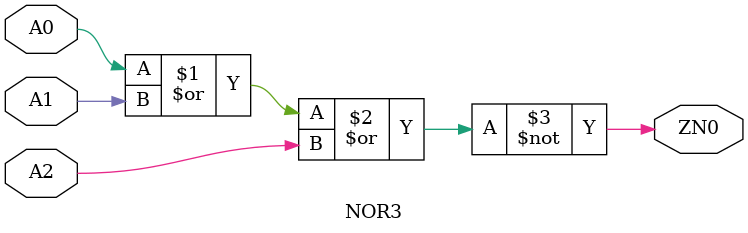
<source format=v>
module NOR3 (ZN0, A0, A1, A2);
    input  A0;
    input  A1;
    input  A2;

    output  ZN0;

    nor INST1 (ZN0, A0, A1, A2);
endmodule

</source>
